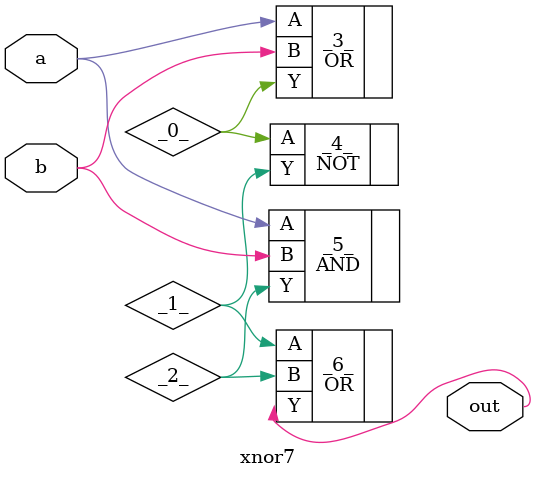
<source format=v>
/* Generated by Yosys 0.41+83 (git sha1 7045cf509, x86_64-w64-mingw32-g++ 13.2.1 -Os) */

/* cells_not_processed =  1  */
/* src = "xnor7.v:1.1-15.10" */
module xnor7(a, b, out);
  wire _0_;
  wire _1_;
  wire _2_;
  /* src = "xnor7.v:2.16-2.17" */
  input a;
  wire a;
  /* src = "xnor7.v:2.18-2.19" */
  input b;
  wire b;
  /* src = "xnor7.v:3.16-3.19" */
  output out;
  wire out;
  OR _3_ (
    .A(a),
    .B(b),
    .Y(_0_)
  );
  NOT _4_ (
    .A(_0_),
    .Y(_1_)
  );
  AND _5_ (
    .A(a),
    .B(b),
    .Y(_2_)
  );
  OR _6_ (
    .A(_1_),
    .B(_2_),
    .Y(out)
  );
endmodule

</source>
